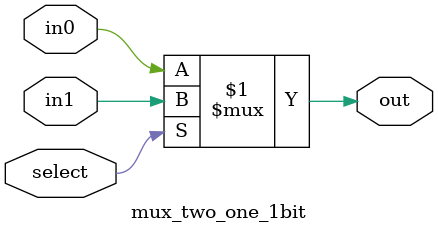
<source format=v>
module mux_two_one_1bit(select, in0, in1, out);
    input select;
    input in0, in1;
    output out;
    assign out = select ? in1: in0;

endmodule
</source>
